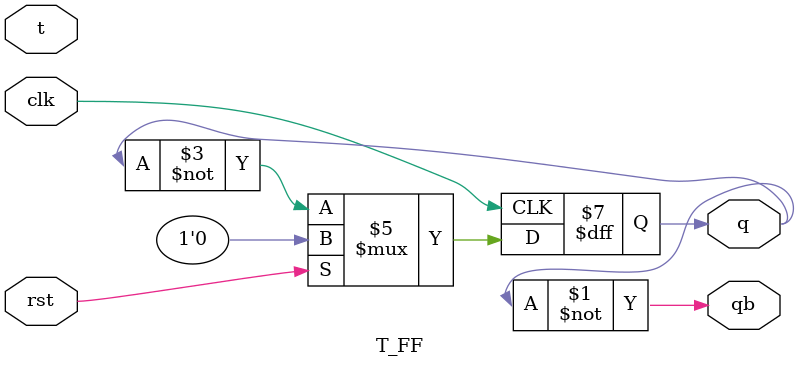
<source format=v>
`timescale 1ns/1ps

module T_FF(clk,rst,t,q,qb);
input clk,t,rst; 
output q,qb; 
reg q; 

assign qb=~q; 
always@(posedge(clk)) 
begin 
if(rst) 
q=1'b0; 
else 
q<=~q; 

end 
endmodule

</source>
